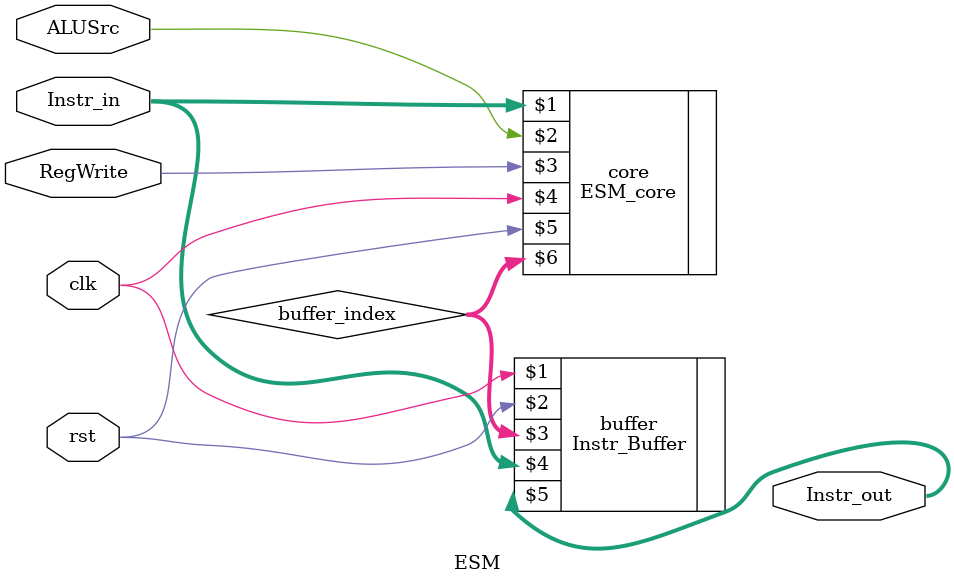
<source format=v>
module ESM #(
    parameter Instr_word_size = 32,
    parameter regnum = 32,
    parameter bs = 16
) (
    input [Instr_word_size-1:0] Instr_in,
    input ALUSrc, RegWrite, clk, rst,
    output [Instr_word_size-1:0] Instr_out
);
    localparam bs_bits = $clog2(bs);

    wire [bs_bits-1:0] buffer_index;

    Instr_Buffer #(Instr_word_size, bs) buffer (clk, rst, buffer_index, Instr_in, Instr_out);

    ESM_core #(Instr_word_size, regnum, bs) core (Instr_in, ALUSrc, RegWrite, clk, rst, buffer_index);

endmodule
</source>
